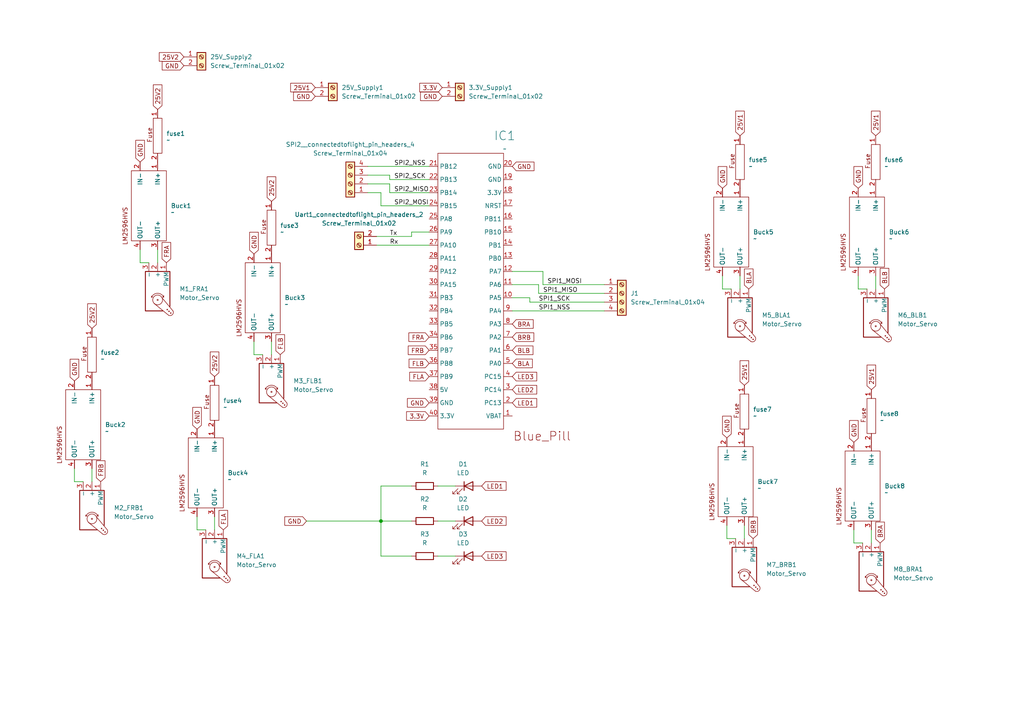
<source format=kicad_sch>
(kicad_sch (version 20231120) (generator "eeschema") (generator_version "8.0")
  (paper "A4")
  (lib_symbols
    (symbol "Connector:Screw_Terminal_01x02" (pin_names (offset 1.016) hide)
      (property "Reference" "J" (at 0 2.54 0))
      (property "Value" "Screw_Terminal_01x02" (at 0 -5.08 0))
      (symbol "Screw_Terminal_01x02_1_1"
        (rectangle (start -1.27 1.27) (end 1.27 -3.81) (stroke (width 0.254)) (fill (type background)))
        (circle (center 0 -2.54) (radius 0.635) (stroke (width 0.1524)))
        (polyline (pts (xy -0.5334 -2.2098) (xy 0.3302 -3.048)) (stroke (width 0.1524)))
        (polyline (pts (xy -0.5334 0.3302) (xy 0.3302 -0.508)) (stroke (width 0.1524)))
        (polyline (pts (xy -0.3556 -2.032) (xy 0.508 -2.8702)) (stroke (width 0.1524)))
        (polyline (pts (xy -0.3556 0.508) (xy 0.508 -0.3302)) (stroke (width 0.1524)))
        (circle (center 0 0) (radius 0.635) (stroke (width 0.1524)))
        (pin passive line (at -5.08 0 0) (length 3.81) (name "Pin_1") (number "1"))
        (pin passive line (at -5.08 -2.54 0) (length 3.81) (name "Pin_2") (number "2"))
      )
    )
    (symbol "Connector:Screw_Terminal_01x04" (pin_names (offset 1.016) hide)
      (property "Reference" "J" (at 0 5.08 0))
      (property "Value" "Screw_Terminal_01x04" (at 0 -7.62 0))
      (symbol "Screw_Terminal_01x04_1_1"
        (rectangle (start -1.27 3.81) (end 1.27 -6.35) (stroke (width 0.254)) (fill (type background)))
        (circle (center 0 -5.08) (radius 0.635) (stroke (width 0.1524)))
        (circle (center 0 -2.54) (radius 0.635) (stroke (width 0.1524)))
        (polyline (pts (xy -0.5334 -4.7498) (xy 0.3302 -5.588)) (stroke (width 0.1524)))
        (polyline (pts (xy -0.5334 -2.2098) (xy 0.3302 -3.048)) (stroke (width 0.1524)))
        (polyline (pts (xy -0.5334 0.3302) (xy 0.3302 -0.508)) (stroke (width 0.1524)))
        (polyline (pts (xy -0.5334 2.8702) (xy 0.3302 2.032)) (stroke (width 0.1524)))
        (polyline (pts (xy -0.3556 -4.572) (xy 0.508 -5.4102)) (stroke (width 0.1524)))
        (polyline (pts (xy -0.3556 -2.032) (xy 0.508 -2.8702)) (stroke (width 0.1524)))
        (polyline (pts (xy -0.3556 0.508) (xy 0.508 -0.3302)) (stroke (width 0.1524)))
        (polyline (pts (xy -0.3556 3.048) (xy 0.508 2.2098)) (stroke (width 0.1524)))
        (circle (center 0 0) (radius 0.635) (stroke (width 0.1524)))
        (circle (center 0 2.54) (radius 0.635) (stroke (width 0.1524)))
        (pin passive line (at -5.08 2.54 0) (length 3.81) (name "Pin_1") (number "1"))
        (pin passive line (at -5.08 0 0) (length 3.81) (name "Pin_2") (number "2"))
        (pin passive line (at -5.08 -2.54 0) (length 3.81) (name "Pin_3") (number "3"))
        (pin passive line (at -5.08 -5.08 0) (length 3.81) (name "Pin_4") (number "4"))
      )
    )
    (symbol "Device:LED" (pin_numbers hide) (pin_names (offset 1.016) hide)
      (property "Reference" "D" (at 0 2.54 0))
      (property "Value" "LED" (at 0 -2.54 0))
      (symbol "LED_0_1"
        (polyline (pts (xy -1.27 -1.27) (xy -1.27 1.27)) (stroke (width 0.254)))
        (polyline (pts (xy -1.27 0) (xy 1.27 0)))
        (polyline (pts (xy 1.27 -1.27) (xy 1.27 1.27) (xy -1.27 0) (xy 1.27 -1.27)) (stroke (width 0.254)))
        (polyline (pts (xy -3.048 -0.762) (xy -4.572 -2.286) (xy -3.81 -2.286) (xy -4.572 -2.286) (xy -4.572 -1.524)))
        (polyline (pts (xy -1.778 -0.762) (xy -3.302 -2.286) (xy -2.54 -2.286) (xy -3.302 -2.286) (xy -3.302 -1.524)))
      )
      (symbol "LED_1_1"
        (pin passive line (at -3.81 0 0) (length 2.54) (name "K") (number "1"))
        (pin passive line (at 3.81 0 180) (length 2.54) (name "A") (number "2"))
      )
    )
    (symbol "Device:R" (pin_numbers hide) (pin_names (offset 0))
      (property "Reference" "R" (at 2.032 0 90))
      (property "Value" "R" (at 0 0 90))
      (symbol "R_0_1"
        (rectangle (start -1.016 -2.54) (end 1.016 2.54) (stroke (width 0.254)))
      )
      (symbol "R_1_1"
        (pin passive line (at 0 3.81 270) (length 1.27) (name "~") (number "1"))
        (pin passive line (at 0 -3.81 90) (length 1.27) (name "~") (number "2"))
      )
    )
    (symbol "M4_library:Blue_Pill"
      (property "Reference" "IC" (at -32.258 61.976 0))
      (symbol "Blue_Pill_0_1"
        (rectangle (start -6.35 53.34) (end 12.7 -26.67))
      )
      (symbol "Blue_Pill_1_1"
        (text "Blue_Pill\n" (at 23.876 -28.702 0) (effects (font (size 2.54 2.54))))
        (pin output line (at 15.24 -22.86 180) (length 2.54) (name "VBAT") (number "1"))
        (pin output line (at 15.24 11.43 180) (length 2.54) (name "PA5") (number "10"))
        (pin output line (at 15.24 15.24 180) (length 2.54) (name "PA6") (number "11"))
        (pin output line (at 15.24 19.05 180) (length 2.54) (name "PA7") (number "12"))
        (pin output line (at 15.24 22.86 180) (length 2.54) (name "PB0") (number "13"))
        (pin output line (at 15.24 26.67 180) (length 2.54) (name "PB1") (number "14"))
        (pin output line (at 15.24 30.48 180) (length 2.54) (name "PB10") (number "15"))
        (pin output line (at 15.24 34.29 180) (length 2.54) (name "PB11") (number "16"))
        (pin output line (at 15.24 38.1 180) (length 2.54) (name "NRST") (number "17"))
        (pin input line (at 15.24 41.91 180) (length 2.54) (name "3.3V") (number "18"))
        (pin input line (at 15.24 45.72 180) (length 2.54) (name "GND") (number "19"))
        (pin output line (at 15.24 -19.05 180) (length 2.54) (name "PC13") (number "2"))
        (pin input line (at 15.24 49.53 180) (length 2.54) (name "GND") (number "20"))
        (pin output line (at -8.89 49.53 0) (length 2.54) (name "PB12") (number "21"))
        (pin output line (at -8.89 45.72 0) (length 2.54) (name "PB13") (number "22"))
        (pin output line (at -8.89 41.91 0) (length 2.54) (name "PB14") (number "23"))
        (pin output line (at -8.89 38.1 0) (length 2.54) (name "PB15") (number "24"))
        (pin output line (at -8.89 34.29 0) (length 2.54) (name "PA8") (number "25"))
        (pin output line (at -8.89 30.48 0) (length 2.54) (name "PA9") (number "26"))
        (pin output line (at -8.89 26.67 0) (length 2.54) (name "PA10") (number "27"))
        (pin output line (at -8.89 22.86 0) (length 2.54) (name "PA11") (number "28"))
        (pin output line (at -8.89 19.05 0) (length 2.54) (name "PA12") (number "29"))
        (pin output line (at 15.24 -15.24 180) (length 2.54) (name "PC14") (number "3"))
        (pin output line (at -8.89 15.24 0) (length 2.54) (name "PA15") (number "30"))
        (pin output line (at -8.89 11.43 0) (length 2.54) (name "PB3") (number "31"))
        (pin output line (at -8.89 7.62 0) (length 2.54) (name "PB4") (number "32"))
        (pin output line (at -8.89 3.81 0) (length 2.54) (name "PB5") (number "33"))
        (pin output line (at -8.89 0 0) (length 2.54) (name "PB6") (number "34"))
        (pin output line (at -8.89 -3.81 0) (length 2.54) (name "PB7") (number "35"))
        (pin output line (at -8.89 -7.62 0) (length 2.54) (name "PB8") (number "36"))
        (pin output line (at -8.89 -11.43 0) (length 2.54) (name "PB9") (number "37"))
        (pin input line (at -8.89 -15.24 0) (length 2.54) (name "5V") (number "38"))
        (pin input line (at -8.89 -19.05 0) (length 2.54) (name "GND") (number "39"))
        (pin output line (at 15.24 -11.43 180) (length 2.54) (name "PC15") (number "4"))
        (pin input line (at -8.89 -22.86 0) (length 2.54) (name "3.3V") (number "40"))
        (pin output line (at 15.24 -7.62 180) (length 2.54) (name "PA0") (number "5"))
        (pin output line (at 15.24 -3.81 180) (length 2.54) (name "PA1") (number "6"))
        (pin output line (at 15.24 0 180) (length 2.54) (name "PA2") (number "7"))
        (pin output line (at 15.24 3.81 180) (length 2.54) (name "PA3") (number "8"))
        (pin output line (at 15.24 7.62 180) (length 2.54) (name "PA4") (number "9"))
      )
    )
    (symbol "M4_library:LM2596HVS"
      (property "Reference" "VR" (at -9.652 7.366 0))
      (symbol "LM2596HVS_0_1"
        (rectangle (start -10.16 5.08) (end 10.16 -5.08))
      )
      (symbol "LM2596HVS_1_1"
        (text "LM2596HVS\n" (at 5.842 -6.858 0) (effects (font (size 1.27 1.27))))
        (pin input line (at -12.7 2.54 0) (length 2.54) (name "IN+") (number "1"))
        (pin input line (at -12.7 -2.54 0) (length 2.54) (name "IN-") (number "2"))
        (pin output line (at 12.7 2.54 180) (length 2.54) (name "OUT+") (number "3"))
        (pin output line (at 12.7 -2.54 180) (length 2.54) (name "OUT-") (number "4"))
      )
    )
    (symbol "M4_library:fuse_holder"
      (property "Reference" "U" (at -4.572 2.032 0))
      (symbol "fuse_holder_0_1"
        (rectangle (start -5.08 1.27) (end 5.08 -1.27))
      )
      (symbol "fuse_holder_1_1"
        (text "Fuse" (at 0.254 2.286 0) (effects (font (size 1.27 1.27))))
        (pin input line (at 7.62 0 180) (length 2.54) (name "") (number "1"))
        (pin output line (at -7.62 0 0) (length 2.54) (name "") (number "2"))
      )
    )
    (symbol "Motor:Motor_Servo" (pin_names (offset 0.0254))
      (property "Reference" "M" (at -5.08 4.445 0))
      (property "Value" "Motor_Servo" (at -5.08 -4.064 0))
      (symbol "Motor_Servo_0_1"
        (polyline (pts (xy 2.413 -1.778) (xy 2.032 -1.778)))
        (polyline (pts (xy 2.413 -1.778) (xy 2.286 -1.397)))
        (polyline (pts (xy 2.413 1.778) (xy 1.905 1.778)))
        (polyline (pts (xy 2.413 1.778) (xy 2.286 1.397)))
        (polyline (pts (xy 6.35 4.445) (xy 2.54 1.27)))
        (polyline (pts (xy 7.62 3.175) (xy 4.191 -1.016)))
        (polyline (pts (xy 5.08 3.556) (xy -5.08 3.556) (xy -5.08 -3.556) (xy 6.35 -3.556) (xy 6.35 1.524)) (stroke (width 0.254)))
        (arc (start 2.413 1.778) (mid 1.2406 0) (end 2.413 -1.778))
        (circle (center 3.175 0) (radius 0.1778))
        (circle (center 3.175 0) (radius 1.4224))
        (circle (center 5.969 2.794) (radius 0.127))
        (circle (center 6.477 3.302) (radius 0.127))
        (circle (center 6.985 3.81) (radius 0.127))
        (arc (start 7.62 3.175) (mid 7.4485 4.2735) (end 6.35 4.445))
      )
      (symbol "Motor_Servo_1_1"
        (pin passive line (at -7.62 2.54 0) (length 2.54) (name "PWM") (number "1"))
        (pin passive line (at -7.62 0 0) (length 2.54) (name "+") (number "2"))
        (pin passive line (at -7.62 -2.54 0) (length 2.54) (name "-") (number "3"))
      )
    )
  )
  (junction (at 110.49 151.13))
  (wire (pts (xy 57.15 149.86) (xy 57.15 153.67)))
  (wire (pts (xy 157.48 78.74) (xy 157.48 82.55)))
  (wire (pts (xy 247.65 153.67) (xy 247.65 157.48)))
  (wire (pts (xy 248.92 83.82) (xy 251.46 83.82)))
  (wire (pts (xy 247.65 157.48) (xy 250.19 157.48)))
  (wire (pts (xy 110.49 151.13) (xy 110.49 140.97)))
  (wire (pts (xy 119.38 67.31) (xy 124.46 67.31)))
  (wire (pts (xy 148.59 86.36) (xy 153.67 86.36)))
  (wire (pts (xy 106.68 53.34) (xy 113.03 53.34)))
  (wire (pts (xy 106.68 48.26) (xy 124.46 48.26)))
  (wire (pts (xy 148.59 78.74) (xy 157.48 78.74)))
  (wire (pts (xy 148.59 82.55) (xy 156.21 82.55)))
  (wire (pts (xy 45.72 72.39) (xy 45.72 76.2)))
  (wire (pts (xy 124.46 59.69) (xy 110.49 59.69)))
  (wire (pts (xy 215.9 152.4) (xy 215.9 156.21)))
  (wire (pts (xy 209.55 83.82) (xy 212.09 83.82)))
  (wire (pts (xy 148.59 90.17) (xy 175.26 90.17)))
  (wire (pts (xy 210.82 156.21) (xy 213.36 156.21)))
  (wire (pts (xy 153.67 86.36) (xy 153.67 87.63)))
  (wire (pts (xy 110.49 140.97) (xy 119.38 140.97)))
  (wire (pts (xy 109.22 68.58) (xy 119.38 68.58)))
  (wire (pts (xy 40.64 72.39) (xy 40.64 76.2)))
  (wire (pts (xy 153.67 87.63) (xy 175.26 87.63)))
  (wire (pts (xy 209.55 80.01) (xy 209.55 83.82)))
  (wire (pts (xy 156.21 85.09) (xy 175.26 85.09)))
  (wire (pts (xy 40.64 76.2) (xy 43.18 76.2)))
  (wire (pts (xy 62.23 149.86) (xy 62.23 153.67)))
  (wire (pts (xy 157.48 82.55) (xy 175.26 82.55)))
  (wire (pts (xy 21.59 139.7) (xy 24.13 139.7)))
  (wire (pts (xy 113.03 50.8) (xy 106.68 50.8)))
  (wire (pts (xy 214.63 80.01) (xy 214.63 83.82)))
  (wire (pts (xy 119.38 68.58) (xy 119.38 67.31)))
  (wire (pts (xy 110.49 55.88) (xy 106.68 55.88)))
  (wire (pts (xy 73.66 102.87) (xy 76.2 102.87)))
  (wire (pts (xy 110.49 151.13) (xy 119.38 151.13)))
  (wire (pts (xy 110.49 151.13) (xy 110.49 161.29)))
  (wire (pts (xy 119.38 161.29) (xy 110.49 161.29)))
  (wire (pts (xy 127 151.13) (xy 132.08 151.13)))
  (wire (pts (xy 113.03 52.07) (xy 113.03 50.8)))
  (wire (pts (xy 26.67 135.89) (xy 26.67 139.7)))
  (wire (pts (xy 254 80.01) (xy 254 83.82)))
  (wire (pts (xy 156.21 82.55) (xy 156.21 85.09)))
  (wire (pts (xy 113.03 53.34) (xy 113.03 55.88)))
  (wire (pts (xy 88.9 151.13) (xy 110.49 151.13)))
  (wire (pts (xy 113.03 52.07) (xy 124.46 52.07)))
  (wire (pts (xy 110.49 59.69) (xy 110.49 55.88)))
  (wire (pts (xy 113.03 55.88) (xy 124.46 55.88)))
  (wire (pts (xy 252.73 153.67) (xy 252.73 157.48)))
  (wire (pts (xy 73.66 99.06) (xy 73.66 102.87)))
  (wire (pts (xy 248.92 80.01) (xy 248.92 83.82)))
  (wire (pts (xy 127 140.97) (xy 132.08 140.97)))
  (wire (pts (xy 210.82 152.4) (xy 210.82 156.21)))
  (wire (pts (xy 21.59 135.89) (xy 21.59 139.7)))
  (wire (pts (xy 57.15 153.67) (xy 59.69 153.67)))
  (wire (pts (xy 127 161.29) (xy 132.08 161.29)))
  (wire (pts (xy 109.22 71.12) (xy 124.46 71.12)))
  (wire (pts (xy 78.74 99.06) (xy 78.74 102.87)))
  (label "SPI1_SCK" (at 156.21 87.63 0))
  (label "SPI2_NSS" (at 114.3 48.26 0))
  (label "SPI2_MOSI" (at 114.3 59.69 0))
  (label "Tx" (at 113.03 68.58 0))
  (label "SPI2_MISO" (at 114.3 55.88 0))
  (label "SPI1_MISO" (at 157.48 85.09 0))
  (label "SPI1_MOSI" (at 158.75 82.55 0))
  (label "SPI1_NSS" (at 156.21 90.17 0))
  (label "SPI2_SCK" (at 114.3 52.07 0))
  (label "Rx" (at 113.03 71.12 0))
  (global_label "3.3V" (shape input) (at 124.46 120.65 180) (property "Intersheetrefs" "${INTERSHEET_REFS}" (effects (hide yes))))
  (global_label "BLA" (shape input) (at 148.59 105.41 0) (property "Intersheetrefs" "${INTERSHEET_REFS}" (effects (hide yes))))
  (global_label "25V2" (shape input) (at 26.67 95.25 90) (property "Intersheetrefs" "${INTERSHEET_REFS}" (effects (hide yes))))
  (global_label "FLA" (shape input) (at 64.77 153.67 90) (property "Intersheetrefs" "${INTERSHEET_REFS}" (effects (hide yes))))
  (global_label "BRA" (shape input) (at 255.27 157.48 90) (property "Intersheetrefs" "${INTERSHEET_REFS}" (effects (hide yes))))
  (global_label "LED1" (shape input) (at 148.59 116.84 0) (property "Intersheetrefs" "${INTERSHEET_REFS}" (effects (hide yes))))
  (global_label "FRB" (shape input) (at 124.46 101.6 180) (property "Intersheetrefs" "${INTERSHEET_REFS}" (effects (hide yes))))
  (global_label "LED3" (shape input) (at 139.7 161.29 0) (property "Intersheetrefs" "${INTERSHEET_REFS}" (effects (hide yes))))
  (global_label "GND" (shape input) (at 91.44 27.94 180) (property "Intersheetrefs" "${INTERSHEET_REFS}" (effects (hide yes))))
  (global_label "GND" (shape input) (at 57.15 124.46 90) (property "Intersheetrefs" "${INTERSHEET_REFS}" (effects (hide yes))))
  (global_label "FRA" (shape input) (at 124.46 97.79 180) (property "Intersheetrefs" "${INTERSHEET_REFS}" (effects (hide yes))))
  (global_label "GND" (shape input) (at 53.34 19.05 180) (property "Intersheetrefs" "${INTERSHEET_REFS}" (effects (hide yes))))
  (global_label "BLB" (shape input) (at 148.59 101.6 0) (property "Intersheetrefs" "${INTERSHEET_REFS}" (effects (hide yes))))
  (global_label "25V2" (shape input) (at 53.34 16.51 180) (property "Intersheetrefs" "${INTERSHEET_REFS}" (effects (hide yes))))
  (global_label "GND" (shape input) (at 124.46 116.84 180) (property "Intersheetrefs" "${INTERSHEET_REFS}" (effects (hide yes))))
  (global_label "GND" (shape input) (at 248.92 54.61 90) (property "Intersheetrefs" "${INTERSHEET_REFS}" (effects (hide yes))))
  (global_label "25V2" (shape input) (at 45.72 31.75 90) (property "Intersheetrefs" "${INTERSHEET_REFS}" (effects (hide yes))))
  (global_label "FRA" (shape input) (at 48.26 76.2 90) (property "Intersheetrefs" "${INTERSHEET_REFS}" (effects (hide yes))))
  (global_label "GND" (shape input) (at 247.65 128.27 90) (property "Intersheetrefs" "${INTERSHEET_REFS}" (effects (hide yes))))
  (global_label "BRB" (shape input) (at 148.59 97.79 0) (property "Intersheetrefs" "${INTERSHEET_REFS}" (effects (hide yes))))
  (global_label "25V1" (shape input) (at 91.44 25.4 180) (property "Intersheetrefs" "${INTERSHEET_REFS}" (effects (hide yes))))
  (global_label "25V1" (shape input) (at 214.63 39.37 90) (property "Intersheetrefs" "${INTERSHEET_REFS}" (effects (hide yes))))
  (global_label "25V1" (shape input) (at 215.9 111.76 90) (property "Intersheetrefs" "${INTERSHEET_REFS}" (effects (hide yes))))
  (global_label "BRB" (shape input) (at 218.44 156.21 90) (property "Intersheetrefs" "${INTERSHEET_REFS}" (effects (hide yes))))
  (global_label "3.3V" (shape input) (at 128.27 25.4 180) (property "Intersheetrefs" "${INTERSHEET_REFS}" (effects (hide yes))))
  (global_label "GND" (shape input) (at 21.59 110.49 90) (property "Intersheetrefs" "${INTERSHEET_REFS}" (effects (hide yes))))
  (global_label "BLA" (shape input) (at 217.17 83.82 90) (property "Intersheetrefs" "${INTERSHEET_REFS}" (effects (hide yes))))
  (global_label "LED1" (shape input) (at 139.7 140.97 0) (property "Intersheetrefs" "${INTERSHEET_REFS}" (effects (hide yes))))
  (global_label "FLA" (shape input) (at 124.46 109.22 180) (property "Intersheetrefs" "${INTERSHEET_REFS}" (effects (hide yes))))
  (global_label "25V1" (shape input) (at 254 39.37 90) (property "Intersheetrefs" "${INTERSHEET_REFS}" (effects (hide yes))))
  (global_label "LED2" (shape input) (at 148.59 113.03 0) (property "Intersheetrefs" "${INTERSHEET_REFS}" (effects (hide yes))))
  (global_label "25V1" (shape input) (at 252.73 113.03 90) (property "Intersheetrefs" "${INTERSHEET_REFS}" (effects (hide yes))))
  (global_label "25V2" (shape input) (at 78.74 58.42 90) (property "Intersheetrefs" "${INTERSHEET_REFS}" (effects (hide yes))))
  (global_label "BRA" (shape input) (at 148.59 93.98 0) (property "Intersheetrefs" "${INTERSHEET_REFS}" (effects (hide yes))))
  (global_label "GND" (shape input) (at 40.64 46.99 90) (property "Intersheetrefs" "${INTERSHEET_REFS}" (effects (hide yes))))
  (global_label "LED3" (shape input) (at 148.59 109.22 0) (property "Intersheetrefs" "${INTERSHEET_REFS}" (effects (hide yes))))
  (global_label "LED2" (shape input) (at 139.7 151.13 0) (property "Intersheetrefs" "${INTERSHEET_REFS}" (effects (hide yes))))
  (global_label "GND" (shape input) (at 210.82 127 90) (property "Intersheetrefs" "${INTERSHEET_REFS}" (effects (hide yes))))
  (global_label "BLB" (shape input) (at 256.54 83.82 90) (property "Intersheetrefs" "${INTERSHEET_REFS}" (effects (hide yes))))
  (global_label "GND" (shape input) (at 73.66 73.66 90) (property "Intersheetrefs" "${INTERSHEET_REFS}" (effects (hide yes))))
  (global_label "FLB" (shape input) (at 81.28 102.87 90) (property "Intersheetrefs" "${INTERSHEET_REFS}" (effects (hide yes))))
  (global_label "GND" (shape input) (at 209.55 54.61 90) (property "Intersheetrefs" "${INTERSHEET_REFS}" (effects (hide yes))))
  (global_label "GND" (shape input) (at 128.27 27.94 180) (property "Intersheetrefs" "${INTERSHEET_REFS}" (effects (hide yes))))
  (global_label "GND" (shape input) (at 148.59 48.26 0) (property "Intersheetrefs" "${INTERSHEET_REFS}" (effects (hide yes))))
  (global_label "FRB" (shape input) (at 29.21 139.7 90) (property "Intersheetrefs" "${INTERSHEET_REFS}" (effects (hide yes))))
  (global_label "GND" (shape input) (at 88.9 151.13 180) (property "Intersheetrefs" "${INTERSHEET_REFS}" (effects (hide yes))))
  (global_label "25V2" (shape input) (at 62.23 109.22 90) (property "Intersheetrefs" "${INTERSHEET_REFS}" (effects (hide yes))))
  (global_label "FLB" (shape input) (at 124.46 105.41 180) (property "Intersheetrefs" "${INTERSHEET_REFS}" (effects (hide yes))))
  (symbol (lib_id "M4_library:LM2596HVS") (at 24.13 123.19 270) (unit 1)
    (property "Reference" "Buck2" (at 30.48 123.188 90) (effects (justify left)))
    (property "Value" "~" (at 30.48 125.0931 90) (effects (justify left)))
    (property "Footprint" "M4_PCB:LM2596HVS" (effects (hide yes)))
  )
  (symbol (lib_id "Connector:Screw_Terminal_01x02") (at 104.14 71.12 180) (unit 1)
    (property "Reference" "Uart1_connectedtoflight_pin_headers_2" (at 104.14 62.23 0))
    (property "Value" "Screw_Terminal_01x02" (at 104.14 64.77 0))
    (property "Footprint" "Connector_PinHeader_2.54mm:PinHeader_1x02_P2.54mm_Vertical" (effects (hide yes)))
    (property "Description" "Generic screw terminal, single row, 01x02, script generated (kicad-library-utils/schlib/autogen/connector/)" (effects (hide yes)))
  )
  (symbol (lib_id "Connector:Screw_Terminal_01x04") (at 180.34 85.09 0) (unit 1)
    (property "Reference" "J1" (at 182.88 85.0899 0) (effects (justify left)))
    (property "Value" "Screw_Terminal_01x04" (at 182.88 87.6299 0) (effects (justify left)))
    (property "Footprint" "Connector_PinHeader_2.54mm:PinHeader_1x04_P2.54mm_Vertical" (effects (hide yes)))
    (property "Description" "Generic screw terminal, single row, 01x04, script generated (kicad-library-utils/schlib/autogen/connector/)" (effects (hide yes)))
  )
  (symbol (lib_id "Motor:Motor_Servo") (at 214.63 91.44 270) (unit 1)
    (property "Reference" "M5_BLA1" (at 220.98 91.4288 90) (effects (justify left)))
    (property "Value" "Motor_Servo" (at 220.98 93.9688 90) (effects (justify left)))
    (property "Footprint" "M4_PCB:Servo" (effects (hide yes)))
    (property "Datasheet" "http://forums.parallax.com/uploads/attachments/46831/74481.png" (effects (hide yes)))
    (property "Description" "Servo Motor (Futaba, HiTec, JR connector)" (effects (hide yes)))
  )
  (symbol (lib_id "M4_library:LM2596HVS") (at 251.46 67.31 270) (unit 1)
    (property "Reference" "Buck6" (at 257.81 67.308 90) (effects (justify left)))
    (property "Value" "~" (at 257.81 69.2131 90) (effects (justify left)))
    (property "Footprint" "M4_PCB:LM2596HVS" (effects (hide yes)))
  )
  (symbol (lib_id "Device:R") (at 123.19 161.29 90) (unit 1)
    (property "Reference" "R3" (at 123.19 154.94 90))
    (property "Value" "R" (at 123.19 157.48 90))
    (property "Footprint" "Resistor_THT:R_Axial_DIN0204_L3.6mm_D1.6mm_P2.54mm_Vertical" (effects (hide yes)))
    (property "Description" "Resistor" (effects (hide yes)))
  )
  (symbol (lib_id "Connector:Screw_Terminal_01x02") (at 58.42 16.51 0) (unit 1)
    (property "Reference" "25V_Supply2" (at 60.96 16.5099 0) (effects (justify left)))
    (property "Value" "Screw_Terminal_01x02" (at 60.96 19.0499 0) (effects (justify left)))
    (property "Footprint" "TerminalBlock_Dinkle:TerminalBlock_Dinkle_DT-55-B01X-02_P10.00mm" (effects (hide yes)))
    (property "Description" "Generic screw terminal, single row, 01x02, script generated (kicad-library-utils/schlib/autogen/connector/)" (effects (hide yes)))
  )
  (symbol (lib_id "M4_library:fuse_holder") (at 215.9 119.38 90) (unit 1)
    (property "Reference" "fuse7" (at 218.44 118.7449 90) (effects (justify right)))
    (property "Value" "~" (at 218.44 120.65 90) (effects (justify right)))
    (property "Footprint" "M4_PCB:Fuse_Holder" (effects (hide yes)))
  )
  (symbol (lib_id "M4_library:fuse_holder") (at 62.23 116.84 90) (unit 1)
    (property "Reference" "fuse4" (at 64.77 116.2049 90) (effects (justify right)))
    (property "Value" "~" (at 64.77 118.11 90) (effects (justify right)))
    (property "Footprint" "M4_PCB:Fuse_Holder" (effects (hide yes)))
  )
  (symbol (lib_id "Device:LED") (at 135.89 161.29 0) (unit 1)
    (property "Reference" "D3" (at 134.3025 154.94 0))
    (property "Value" "LED" (at 134.3025 157.48 0))
    (property "Footprint" "LED_THT:LED_D3.0mm" (effects (hide yes)))
    (property "Description" "Light emitting diode" (effects (hide yes)))
  )
  (symbol (lib_id "M4_library:LM2596HVS") (at 212.09 67.31 270) (unit 1)
    (property "Reference" "Buck5" (at 218.44 67.308 90) (effects (justify left)))
    (property "Value" "~" (at 218.44 69.2131 90) (effects (justify left)))
    (property "Footprint" "M4_PCB:LM2596HVS" (effects (hide yes)))
  )
  (symbol (lib_id "M4_library:LM2596HVS") (at 250.19 140.97 270) (unit 1)
    (property "Reference" "Buck8" (at 256.54 140.968 90) (effects (justify left)))
    (property "Value" "~" (at 256.54 142.8731 90) (effects (justify left)))
    (property "Footprint" "M4_PCB:LM2596HVS" (effects (hide yes)))
  )
  (symbol (lib_id "M4_library:LM2596HVS") (at 59.69 137.16 270) (unit 1)
    (property "Reference" "Buck4" (at 66.04 137.158 90) (effects (justify left)))
    (property "Value" "~" (at 66.04 139.0631 90) (effects (justify left)))
    (property "Footprint" "M4_PCB:LM2596HVS" (effects (hide yes)))
  )
  (symbol (lib_id "M4_library:fuse_holder") (at 45.72 39.37 90) (unit 1)
    (property "Reference" "fuse1" (at 48.26 38.7349 90) (effects (justify right)))
    (property "Value" "~" (at 48.26 40.64 90) (effects (justify right)))
    (property "Footprint" "M4_PCB:Fuse_Holder" (effects (hide yes)))
  )
  (symbol (lib_id "Motor:Motor_Servo") (at 215.9 163.83 270) (unit 1)
    (property "Reference" "M7_BRB1" (at 222.25 163.8188 90) (effects (justify left)))
    (property "Value" "Motor_Servo" (at 222.25 166.3588 90) (effects (justify left)))
    (property "Footprint" "M4_PCB:Servo" (effects (hide yes)))
    (property "Datasheet" "http://forums.parallax.com/uploads/attachments/46831/74481.png" (effects (hide yes)))
    (property "Description" "Servo Motor (Futaba, HiTec, JR connector)" (effects (hide yes)))
  )
  (symbol (lib_id "M4_library:fuse_holder") (at 78.74 66.04 90) (unit 1)
    (property "Reference" "fuse3" (at 81.28 65.4049 90) (effects (justify right)))
    (property "Value" "~" (at 81.28 67.31 90) (effects (justify right)))
    (property "Footprint" "M4_PCB:Fuse_Holder" (effects (hide yes)))
  )
  (symbol (lib_id "Device:R") (at 123.19 151.13 90) (unit 1)
    (property "Reference" "R2" (at 123.19 144.78 90))
    (property "Value" "R" (at 123.19 147.32 90))
    (property "Footprint" "Resistor_THT:R_Axial_DIN0204_L3.6mm_D1.6mm_P2.54mm_Vertical" (effects (hide yes)))
    (property "Description" "Resistor" (effects (hide yes)))
  )
  (symbol (lib_id "M4_library:fuse_holder") (at 214.63 46.99 90) (unit 1)
    (property "Reference" "fuse5" (at 217.17 46.3549 90) (effects (justify right)))
    (property "Value" "~" (at 217.17 48.26 90) (effects (justify right)))
    (property "Footprint" "M4_PCB:Fuse_Holder" (effects (hide yes)))
  )
  (symbol (lib_id "M4_library:LM2596HVS") (at 43.18 59.69 270) (unit 1)
    (property "Reference" "Buck1" (at 49.53 59.688 90) (effects (justify left)))
    (property "Value" "~" (at 49.53 61.5931 90) (effects (justify left)))
    (property "Footprint" "M4_PCB:LM2596HVS" (effects (hide yes)))
  )
  (symbol (lib_id "Connector:Screw_Terminal_01x02") (at 133.35 25.4 0) (unit 1)
    (property "Reference" "3.3V_Supply1" (at 135.89 25.3999 0) (effects (justify left)))
    (property "Value" "Screw_Terminal_01x02" (at 135.89 27.9399 0) (effects (justify left)))
    (property "Footprint" "Connector_PinHeader_2.54mm:PinHeader_1x02_P2.54mm_Vertical" (effects (hide yes)))
    (property "Description" "Generic screw terminal, single row, 01x02, script generated (kicad-library-utils/schlib/autogen/connector/)" (effects (hide yes)))
  )
  (symbol (lib_id "M4_library:fuse_holder") (at 254 46.99 90) (unit 1)
    (property "Reference" "fuse6" (at 256.54 46.3549 90) (effects (justify right)))
    (property "Value" "~" (at 256.54 48.26 90) (effects (justify right)))
    (property "Footprint" "M4_PCB:Fuse_Holder" (effects (hide yes)))
  )
  (symbol (lib_id "M4_library:Blue_Pill") (at 133.35 97.79 0) (unit 1)
    (property "Reference" "IC1" (at 146.397 39.37 0) (effects (font (size 2.54 2.54))))
    (property "Value" "~" (at 146.397 43.18 0))
    (property "Footprint" "M4_PCB:blue_pill" (effects (hide yes)))
  )
  (symbol (lib_id "Device:LED") (at 135.89 140.97 0) (unit 1)
    (property "Reference" "D1" (at 134.3025 134.62 0))
    (property "Value" "LED" (at 134.3025 137.16 0))
    (property "Footprint" "LED_THT:LED_D3.0mm" (effects (hide yes)))
    (property "Description" "Light emitting diode" (effects (hide yes)))
  )
  (symbol (lib_id "M4_library:fuse_holder") (at 252.73 120.65 90) (unit 1)
    (property "Reference" "fuse8" (at 255.27 120.0149 90) (effects (justify right)))
    (property "Value" "~" (at 255.27 121.92 90) (effects (justify right)))
    (property "Footprint" "M4_PCB:Fuse_Holder" (effects (hide yes)))
  )
  (symbol (lib_id "M4_library:LM2596HVS") (at 213.36 139.7 270) (unit 1)
    (property "Reference" "Buck7" (at 219.71 139.698 90) (effects (justify left)))
    (property "Value" "~" (at 219.71 141.6031 90) (effects (justify left)))
    (property "Footprint" "M4_PCB:LM2596HVS" (effects (hide yes)))
  )
  (symbol (lib_id "Motor:Motor_Servo") (at 252.73 165.1 270) (unit 1)
    (property "Reference" "M8_BRA1" (at 259.08 165.0888 90) (effects (justify left)))
    (property "Value" "Motor_Servo" (at 259.08 167.6288 90) (effects (justify left)))
    (property "Footprint" "M4_PCB:Servo" (effects (hide yes)))
    (property "Datasheet" "http://forums.parallax.com/uploads/attachments/46831/74481.png" (effects (hide yes)))
    (property "Description" "Servo Motor (Futaba, HiTec, JR connector)" (effects (hide yes)))
  )
  (symbol (lib_id "Device:R") (at 123.19 140.97 90) (unit 1)
    (property "Reference" "R1" (at 123.19 134.62 90))
    (property "Value" "R" (at 123.19 137.16 90))
    (property "Footprint" "Resistor_THT:R_Axial_DIN0204_L3.6mm_D1.6mm_P2.54mm_Vertical" (effects (hide yes)))
    (property "Description" "Resistor" (effects (hide yes)))
  )
  (symbol (lib_id "Motor:Motor_Servo") (at 62.23 161.29 270) (unit 1)
    (property "Reference" "M4_FLA1" (at 68.58 161.2788 90) (effects (justify left)))
    (property "Value" "Motor_Servo" (at 68.58 163.8188 90) (effects (justify left)))
    (property "Footprint" "M4_PCB:Servo" (effects (hide yes)))
    (property "Datasheet" "http://forums.parallax.com/uploads/attachments/46831/74481.png" (effects (hide yes)))
    (property "Description" "Servo Motor (Futaba, HiTec, JR connector)" (effects (hide yes)))
  )
  (symbol (lib_id "M4_library:fuse_holder") (at 26.67 102.87 90) (unit 1)
    (property "Reference" "fuse2" (at 29.21 102.2349 90) (effects (justify right)))
    (property "Value" "~" (at 29.21 104.14 90) (effects (justify right)))
    (property "Footprint" "M4_PCB:Fuse_Holder" (effects (hide yes)))
  )
  (symbol (lib_id "Connector:Screw_Terminal_01x02") (at 96.52 25.4 0) (unit 1)
    (property "Reference" "25V_Supply1" (at 99.06 25.3999 0) (effects (justify left)))
    (property "Value" "Screw_Terminal_01x02" (at 99.06 27.9399 0) (effects (justify left)))
    (property "Footprint" "TerminalBlock_Dinkle:TerminalBlock_Dinkle_DT-55-B01X-02_P10.00mm" (effects (hide yes)))
    (property "Description" "Generic screw terminal, single row, 01x02, script generated (kicad-library-utils/schlib/autogen/connector/)" (effects (hide yes)))
  )
  (symbol (lib_id "Device:LED") (at 135.89 151.13 0) (unit 1)
    (property "Reference" "D2" (at 134.3025 144.78 0))
    (property "Value" "LED" (at 134.3025 147.32 0))
    (property "Footprint" "LED_THT:LED_D3.0mm" (effects (hide yes)))
    (property "Description" "Light emitting diode" (effects (hide yes)))
  )
  (symbol (lib_id "Motor:Motor_Servo") (at 78.74 110.49 270) (unit 1)
    (property "Reference" "M3_FLB1" (at 85.09 110.4788 90) (effects (justify left)))
    (property "Value" "Motor_Servo" (at 85.09 113.0188 90) (effects (justify left)))
    (property "Footprint" "M4_PCB:Servo" (effects (hide yes)))
    (property "Datasheet" "http://forums.parallax.com/uploads/attachments/46831/74481.png" (effects (hide yes)))
    (property "Description" "Servo Motor (Futaba, HiTec, JR connector)" (effects (hide yes)))
  )
  (symbol (lib_id "Motor:Motor_Servo") (at 45.72 83.82 270) (unit 1)
    (property "Reference" "M1_FRA1" (at 52.07 83.8088 90) (effects (justify left)))
    (property "Value" "Motor_Servo" (at 52.07 86.3488 90) (effects (justify left)))
    (property "Footprint" "M4_PCB:Servo" (effects (hide yes)))
    (property "Datasheet" "http://forums.parallax.com/uploads/attachments/46831/74481.png" (effects (hide yes)))
    (property "Description" "Servo Motor (Futaba, HiTec, JR connector)" (effects (hide yes)))
  )
  (symbol (lib_id "Connector:Screw_Terminal_01x04") (at 101.6 53.34 180) (unit 1)
    (property "Reference" "SPI2__connectedtoflight_pin_headers_4" (at 101.6 41.91 0))
    (property "Value" "Screw_Terminal_01x04" (at 101.6 44.45 0))
    (property "Footprint" "Connector_PinHeader_2.54mm:PinHeader_1x04_P2.54mm_Vertical" (effects (hide yes)))
    (property "Description" "Generic screw terminal, single row, 01x04, script generated (kicad-library-utils/schlib/autogen/connector/)" (effects (hide yes)))
  )
  (symbol (lib_id "Motor:Motor_Servo") (at 254 91.44 270) (unit 1)
    (property "Reference" "M6_BLB1" (at 260.35 91.4288 90) (effects (justify left)))
    (property "Value" "Motor_Servo" (at 260.35 93.9688 90) (effects (justify left)))
    (property "Footprint" "M4_PCB:Servo" (effects (hide yes)))
    (property "Datasheet" "http://forums.parallax.com/uploads/attachments/46831/74481.png" (effects (hide yes)))
    (property "Description" "Servo Motor (Futaba, HiTec, JR connector)" (effects (hide yes)))
  )
  (symbol (lib_id "Motor:Motor_Servo") (at 26.67 147.32 270) (unit 1)
    (property "Reference" "M2_FRB1" (at 33.02 147.3088 90) (effects (justify left)))
    (property "Value" "Motor_Servo" (at 33.02 149.8488 90) (effects (justify left)))
    (property "Footprint" "M4_PCB:Servo" (effects (hide yes)))
    (property "Datasheet" "http://forums.parallax.com/uploads/attachments/46831/74481.png" (effects (hide yes)))
    (property "Description" "Servo Motor (Futaba, HiTec, JR connector)" (effects (hide yes)))
  )
  (symbol (lib_id "M4_library:LM2596HVS") (at 76.2 86.36 270) (unit 1)
    (property "Reference" "Buck3" (at 82.55 86.358 90) (effects (justify left)))
    (property "Value" "~" (at 82.55 88.2631 90) (effects (justify left)))
    (property "Footprint" "M4_PCB:LM2596HVS" (effects (hide yes)))
  )
)
</source>
